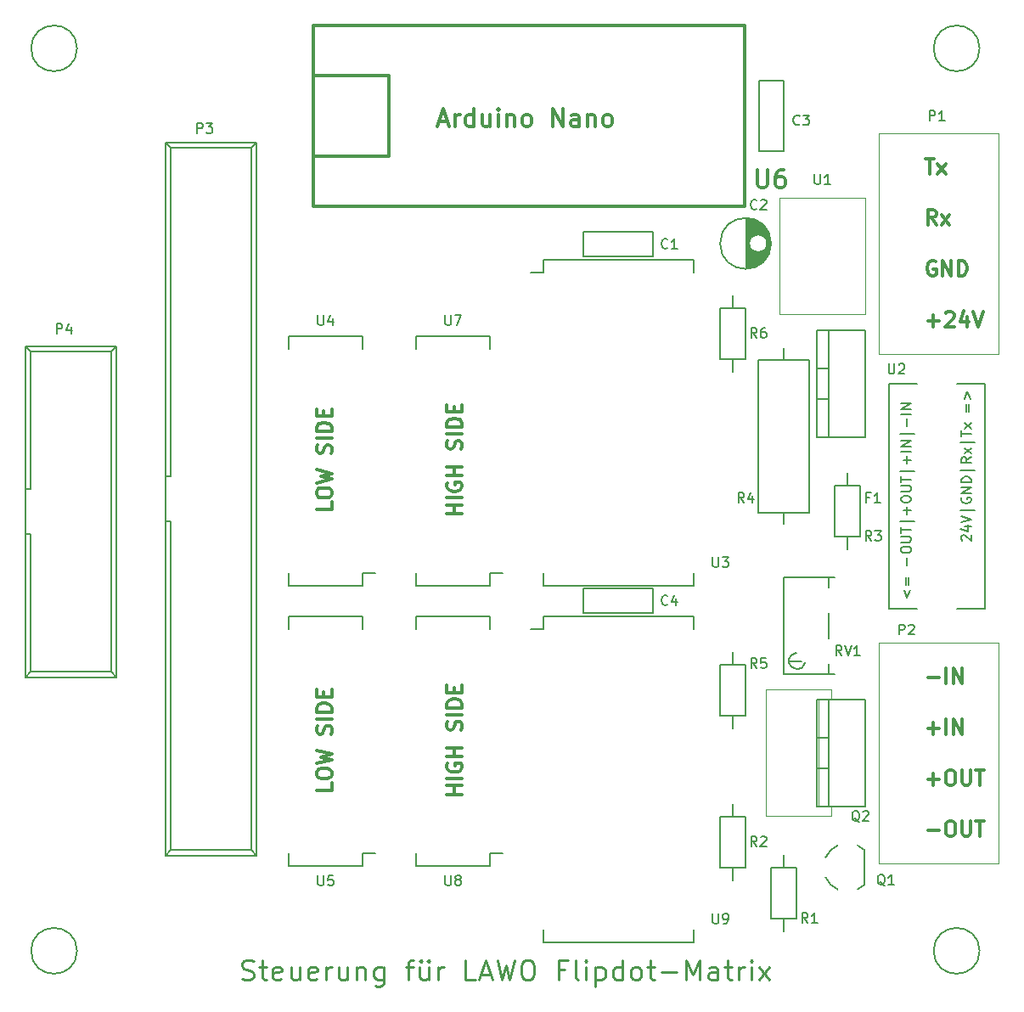
<source format=gto>
G04 #@! TF.FileFunction,Legend,Top*
%FSLAX46Y46*%
G04 Gerber Fmt 4.6, Leading zero omitted, Abs format (unit mm)*
G04 Created by KiCad (PCBNEW (2015-09-06 BZR 6161, Git 6b3ff2d)-product) date 22.02.2016 21:54:41*
%MOMM*%
G01*
G04 APERTURE LIST*
%ADD10C,0.100000*%
%ADD11C,0.300000*%
%ADD12C,0.200000*%
%ADD13C,0.250000*%
%ADD14C,0.150000*%
%ADD15C,0.304800*%
G04 APERTURE END LIST*
D10*
D11*
X65678571Y-71392857D02*
X64178571Y-71392857D01*
X64892857Y-71392857D02*
X64892857Y-70535714D01*
X65678571Y-70535714D02*
X64178571Y-70535714D01*
X65678571Y-69821428D02*
X64178571Y-69821428D01*
X64250000Y-68321428D02*
X64178571Y-68464285D01*
X64178571Y-68678571D01*
X64250000Y-68892856D01*
X64392857Y-69035714D01*
X64535714Y-69107142D01*
X64821429Y-69178571D01*
X65035714Y-69178571D01*
X65321429Y-69107142D01*
X65464286Y-69035714D01*
X65607143Y-68892856D01*
X65678571Y-68678571D01*
X65678571Y-68535714D01*
X65607143Y-68321428D01*
X65535714Y-68249999D01*
X65035714Y-68249999D01*
X65035714Y-68535714D01*
X65678571Y-67607142D02*
X64178571Y-67607142D01*
X64892857Y-67607142D02*
X64892857Y-66749999D01*
X65678571Y-66749999D02*
X64178571Y-66749999D01*
X65607143Y-64964285D02*
X65678571Y-64749999D01*
X65678571Y-64392856D01*
X65607143Y-64249999D01*
X65535714Y-64178570D01*
X65392857Y-64107142D01*
X65250000Y-64107142D01*
X65107143Y-64178570D01*
X65035714Y-64249999D01*
X64964286Y-64392856D01*
X64892857Y-64678570D01*
X64821429Y-64821428D01*
X64750000Y-64892856D01*
X64607143Y-64964285D01*
X64464286Y-64964285D01*
X64321429Y-64892856D01*
X64250000Y-64821428D01*
X64178571Y-64678570D01*
X64178571Y-64321428D01*
X64250000Y-64107142D01*
X65678571Y-63464285D02*
X64178571Y-63464285D01*
X65678571Y-62749999D02*
X64178571Y-62749999D01*
X64178571Y-62392856D01*
X64250000Y-62178571D01*
X64392857Y-62035713D01*
X64535714Y-61964285D01*
X64821429Y-61892856D01*
X65035714Y-61892856D01*
X65321429Y-61964285D01*
X65464286Y-62035713D01*
X65607143Y-62178571D01*
X65678571Y-62392856D01*
X65678571Y-62749999D01*
X64892857Y-61249999D02*
X64892857Y-60749999D01*
X65678571Y-60535713D02*
X65678571Y-61249999D01*
X64178571Y-61249999D01*
X64178571Y-60535713D01*
X65678571Y-99392857D02*
X64178571Y-99392857D01*
X64892857Y-99392857D02*
X64892857Y-98535714D01*
X65678571Y-98535714D02*
X64178571Y-98535714D01*
X65678571Y-97821428D02*
X64178571Y-97821428D01*
X64250000Y-96321428D02*
X64178571Y-96464285D01*
X64178571Y-96678571D01*
X64250000Y-96892856D01*
X64392857Y-97035714D01*
X64535714Y-97107142D01*
X64821429Y-97178571D01*
X65035714Y-97178571D01*
X65321429Y-97107142D01*
X65464286Y-97035714D01*
X65607143Y-96892856D01*
X65678571Y-96678571D01*
X65678571Y-96535714D01*
X65607143Y-96321428D01*
X65535714Y-96249999D01*
X65035714Y-96249999D01*
X65035714Y-96535714D01*
X65678571Y-95607142D02*
X64178571Y-95607142D01*
X64892857Y-95607142D02*
X64892857Y-94749999D01*
X65678571Y-94749999D02*
X64178571Y-94749999D01*
X65607143Y-92964285D02*
X65678571Y-92749999D01*
X65678571Y-92392856D01*
X65607143Y-92249999D01*
X65535714Y-92178570D01*
X65392857Y-92107142D01*
X65250000Y-92107142D01*
X65107143Y-92178570D01*
X65035714Y-92249999D01*
X64964286Y-92392856D01*
X64892857Y-92678570D01*
X64821429Y-92821428D01*
X64750000Y-92892856D01*
X64607143Y-92964285D01*
X64464286Y-92964285D01*
X64321429Y-92892856D01*
X64250000Y-92821428D01*
X64178571Y-92678570D01*
X64178571Y-92321428D01*
X64250000Y-92107142D01*
X65678571Y-91464285D02*
X64178571Y-91464285D01*
X65678571Y-90749999D02*
X64178571Y-90749999D01*
X64178571Y-90392856D01*
X64250000Y-90178571D01*
X64392857Y-90035713D01*
X64535714Y-89964285D01*
X64821429Y-89892856D01*
X65035714Y-89892856D01*
X65321429Y-89964285D01*
X65464286Y-90035713D01*
X65607143Y-90178571D01*
X65678571Y-90392856D01*
X65678571Y-90749999D01*
X64892857Y-89249999D02*
X64892857Y-88749999D01*
X65678571Y-88535713D02*
X65678571Y-89249999D01*
X64178571Y-89249999D01*
X64178571Y-88535713D01*
X52678571Y-98250000D02*
X52678571Y-98964286D01*
X51178571Y-98964286D01*
X51178571Y-97464286D02*
X51178571Y-97178572D01*
X51250000Y-97035714D01*
X51392857Y-96892857D01*
X51678571Y-96821429D01*
X52178571Y-96821429D01*
X52464286Y-96892857D01*
X52607143Y-97035714D01*
X52678571Y-97178572D01*
X52678571Y-97464286D01*
X52607143Y-97607143D01*
X52464286Y-97750000D01*
X52178571Y-97821429D01*
X51678571Y-97821429D01*
X51392857Y-97750000D01*
X51250000Y-97607143D01*
X51178571Y-97464286D01*
X51178571Y-96321428D02*
X52678571Y-95964285D01*
X51607143Y-95678571D01*
X52678571Y-95392857D01*
X51178571Y-95035714D01*
X52607143Y-93392857D02*
X52678571Y-93178571D01*
X52678571Y-92821428D01*
X52607143Y-92678571D01*
X52535714Y-92607142D01*
X52392857Y-92535714D01*
X52250000Y-92535714D01*
X52107143Y-92607142D01*
X52035714Y-92678571D01*
X51964286Y-92821428D01*
X51892857Y-93107142D01*
X51821429Y-93250000D01*
X51750000Y-93321428D01*
X51607143Y-93392857D01*
X51464286Y-93392857D01*
X51321429Y-93321428D01*
X51250000Y-93250000D01*
X51178571Y-93107142D01*
X51178571Y-92750000D01*
X51250000Y-92535714D01*
X52678571Y-91892857D02*
X51178571Y-91892857D01*
X52678571Y-91178571D02*
X51178571Y-91178571D01*
X51178571Y-90821428D01*
X51250000Y-90607143D01*
X51392857Y-90464285D01*
X51535714Y-90392857D01*
X51821429Y-90321428D01*
X52035714Y-90321428D01*
X52321429Y-90392857D01*
X52464286Y-90464285D01*
X52607143Y-90607143D01*
X52678571Y-90821428D01*
X52678571Y-91178571D01*
X51892857Y-89678571D02*
X51892857Y-89178571D01*
X52678571Y-88964285D02*
X52678571Y-89678571D01*
X51178571Y-89678571D01*
X51178571Y-88964285D01*
X52678571Y-70250000D02*
X52678571Y-70964286D01*
X51178571Y-70964286D01*
X51178571Y-69464286D02*
X51178571Y-69178572D01*
X51250000Y-69035714D01*
X51392857Y-68892857D01*
X51678571Y-68821429D01*
X52178571Y-68821429D01*
X52464286Y-68892857D01*
X52607143Y-69035714D01*
X52678571Y-69178572D01*
X52678571Y-69464286D01*
X52607143Y-69607143D01*
X52464286Y-69750000D01*
X52178571Y-69821429D01*
X51678571Y-69821429D01*
X51392857Y-69750000D01*
X51250000Y-69607143D01*
X51178571Y-69464286D01*
X51178571Y-68321428D02*
X52678571Y-67964285D01*
X51607143Y-67678571D01*
X52678571Y-67392857D01*
X51178571Y-67035714D01*
X52607143Y-65392857D02*
X52678571Y-65178571D01*
X52678571Y-64821428D01*
X52607143Y-64678571D01*
X52535714Y-64607142D01*
X52392857Y-64535714D01*
X52250000Y-64535714D01*
X52107143Y-64607142D01*
X52035714Y-64678571D01*
X51964286Y-64821428D01*
X51892857Y-65107142D01*
X51821429Y-65250000D01*
X51750000Y-65321428D01*
X51607143Y-65392857D01*
X51464286Y-65392857D01*
X51321429Y-65321428D01*
X51250000Y-65250000D01*
X51178571Y-65107142D01*
X51178571Y-64750000D01*
X51250000Y-64535714D01*
X52678571Y-63892857D02*
X51178571Y-63892857D01*
X52678571Y-63178571D02*
X51178571Y-63178571D01*
X51178571Y-62821428D01*
X51250000Y-62607143D01*
X51392857Y-62464285D01*
X51535714Y-62392857D01*
X51821429Y-62321428D01*
X52035714Y-62321428D01*
X52321429Y-62392857D01*
X52464286Y-62464285D01*
X52607143Y-62607143D01*
X52678571Y-62821428D01*
X52678571Y-63178571D01*
X51892857Y-61678571D02*
X51892857Y-61178571D01*
X52678571Y-60964285D02*
X52678571Y-61678571D01*
X51178571Y-61678571D01*
X51178571Y-60964285D01*
D12*
X109785714Y-79000000D02*
X110071429Y-79761905D01*
X110357143Y-79000000D01*
X109928571Y-78523810D02*
X109928571Y-77761905D01*
X110214286Y-77761905D02*
X110214286Y-78523810D01*
X110071429Y-76523810D02*
X110071429Y-75761905D01*
X109452381Y-75095239D02*
X109452381Y-74904762D01*
X109500000Y-74809524D01*
X109595238Y-74714286D01*
X109785714Y-74666667D01*
X110119048Y-74666667D01*
X110309524Y-74714286D01*
X110404762Y-74809524D01*
X110452381Y-74904762D01*
X110452381Y-75095239D01*
X110404762Y-75190477D01*
X110309524Y-75285715D01*
X110119048Y-75333334D01*
X109785714Y-75333334D01*
X109595238Y-75285715D01*
X109500000Y-75190477D01*
X109452381Y-75095239D01*
X109452381Y-74238096D02*
X110261905Y-74238096D01*
X110357143Y-74190477D01*
X110404762Y-74142858D01*
X110452381Y-74047620D01*
X110452381Y-73857143D01*
X110404762Y-73761905D01*
X110357143Y-73714286D01*
X110261905Y-73666667D01*
X109452381Y-73666667D01*
X109452381Y-73333334D02*
X109452381Y-72761905D01*
X110452381Y-73047620D02*
X109452381Y-73047620D01*
X110785714Y-72190477D02*
X109357143Y-72190477D01*
X110071429Y-71476191D02*
X110071429Y-70714286D01*
X110452381Y-71095238D02*
X109690476Y-71095238D01*
X109452381Y-70047620D02*
X109452381Y-69857143D01*
X109500000Y-69761905D01*
X109595238Y-69666667D01*
X109785714Y-69619048D01*
X110119048Y-69619048D01*
X110309524Y-69666667D01*
X110404762Y-69761905D01*
X110452381Y-69857143D01*
X110452381Y-70047620D01*
X110404762Y-70142858D01*
X110309524Y-70238096D01*
X110119048Y-70285715D01*
X109785714Y-70285715D01*
X109595238Y-70238096D01*
X109500000Y-70142858D01*
X109452381Y-70047620D01*
X109452381Y-69190477D02*
X110261905Y-69190477D01*
X110357143Y-69142858D01*
X110404762Y-69095239D01*
X110452381Y-69000001D01*
X110452381Y-68809524D01*
X110404762Y-68714286D01*
X110357143Y-68666667D01*
X110261905Y-68619048D01*
X109452381Y-68619048D01*
X109452381Y-68285715D02*
X109452381Y-67714286D01*
X110452381Y-68000001D02*
X109452381Y-68000001D01*
X110785714Y-67142858D02*
X109357143Y-67142858D01*
X110071429Y-66428572D02*
X110071429Y-65666667D01*
X110452381Y-66047619D02*
X109690476Y-66047619D01*
X110452381Y-65190477D02*
X109452381Y-65190477D01*
X110452381Y-64714287D02*
X109452381Y-64714287D01*
X110452381Y-64142858D01*
X109452381Y-64142858D01*
X110785714Y-63428573D02*
X109357143Y-63428573D01*
X110071429Y-62714287D02*
X110071429Y-61952382D01*
X110452381Y-61476192D02*
X109452381Y-61476192D01*
X110452381Y-61000002D02*
X109452381Y-61000002D01*
X110452381Y-60428573D01*
X109452381Y-60428573D01*
D11*
X112117143Y-102977143D02*
X113260000Y-102977143D01*
X114260000Y-102048571D02*
X114545714Y-102048571D01*
X114688572Y-102120000D01*
X114831429Y-102262857D01*
X114902857Y-102548571D01*
X114902857Y-103048571D01*
X114831429Y-103334286D01*
X114688572Y-103477143D01*
X114545714Y-103548571D01*
X114260000Y-103548571D01*
X114117143Y-103477143D01*
X113974286Y-103334286D01*
X113902857Y-103048571D01*
X113902857Y-102548571D01*
X113974286Y-102262857D01*
X114117143Y-102120000D01*
X114260000Y-102048571D01*
X115545715Y-102048571D02*
X115545715Y-103262857D01*
X115617143Y-103405714D01*
X115688572Y-103477143D01*
X115831429Y-103548571D01*
X116117143Y-103548571D01*
X116260001Y-103477143D01*
X116331429Y-103405714D01*
X116402858Y-103262857D01*
X116402858Y-102048571D01*
X116902858Y-102048571D02*
X117760001Y-102048571D01*
X117331430Y-103548571D02*
X117331430Y-102048571D01*
X112117143Y-97897143D02*
X113260000Y-97897143D01*
X112688571Y-98468571D02*
X112688571Y-97325714D01*
X114260000Y-96968571D02*
X114545714Y-96968571D01*
X114688572Y-97040000D01*
X114831429Y-97182857D01*
X114902857Y-97468571D01*
X114902857Y-97968571D01*
X114831429Y-98254286D01*
X114688572Y-98397143D01*
X114545714Y-98468571D01*
X114260000Y-98468571D01*
X114117143Y-98397143D01*
X113974286Y-98254286D01*
X113902857Y-97968571D01*
X113902857Y-97468571D01*
X113974286Y-97182857D01*
X114117143Y-97040000D01*
X114260000Y-96968571D01*
X115545715Y-96968571D02*
X115545715Y-98182857D01*
X115617143Y-98325714D01*
X115688572Y-98397143D01*
X115831429Y-98468571D01*
X116117143Y-98468571D01*
X116260001Y-98397143D01*
X116331429Y-98325714D01*
X116402858Y-98182857D01*
X116402858Y-96968571D01*
X116902858Y-96968571D02*
X117760001Y-96968571D01*
X117331430Y-98468571D02*
X117331430Y-96968571D01*
X112117143Y-92817143D02*
X113260000Y-92817143D01*
X112688571Y-93388571D02*
X112688571Y-92245714D01*
X113974286Y-93388571D02*
X113974286Y-91888571D01*
X114688572Y-93388571D02*
X114688572Y-91888571D01*
X115545715Y-93388571D01*
X115545715Y-91888571D01*
X112117143Y-87737143D02*
X113260000Y-87737143D01*
X113974286Y-88308571D02*
X113974286Y-86808571D01*
X114688572Y-88308571D02*
X114688572Y-86808571D01*
X115545715Y-88308571D01*
X115545715Y-86808571D01*
X112117143Y-52177143D02*
X113260000Y-52177143D01*
X112688571Y-52748571D02*
X112688571Y-51605714D01*
X113902857Y-51391429D02*
X113974286Y-51320000D01*
X114117143Y-51248571D01*
X114474286Y-51248571D01*
X114617143Y-51320000D01*
X114688572Y-51391429D01*
X114760000Y-51534286D01*
X114760000Y-51677143D01*
X114688572Y-51891429D01*
X113831429Y-52748571D01*
X114760000Y-52748571D01*
X116045714Y-51748571D02*
X116045714Y-52748571D01*
X115688571Y-51177143D02*
X115331428Y-52248571D01*
X116260000Y-52248571D01*
X116617142Y-51248571D02*
X117117142Y-52748571D01*
X117617142Y-51248571D01*
X112902857Y-46240000D02*
X112760000Y-46168571D01*
X112545714Y-46168571D01*
X112331429Y-46240000D01*
X112188571Y-46382857D01*
X112117143Y-46525714D01*
X112045714Y-46811429D01*
X112045714Y-47025714D01*
X112117143Y-47311429D01*
X112188571Y-47454286D01*
X112331429Y-47597143D01*
X112545714Y-47668571D01*
X112688571Y-47668571D01*
X112902857Y-47597143D01*
X112974286Y-47525714D01*
X112974286Y-47025714D01*
X112688571Y-47025714D01*
X113617143Y-47668571D02*
X113617143Y-46168571D01*
X114474286Y-47668571D01*
X114474286Y-46168571D01*
X115188572Y-47668571D02*
X115188572Y-46168571D01*
X115545715Y-46168571D01*
X115760000Y-46240000D01*
X115902858Y-46382857D01*
X115974286Y-46525714D01*
X116045715Y-46811429D01*
X116045715Y-47025714D01*
X115974286Y-47311429D01*
X115902858Y-47454286D01*
X115760000Y-47597143D01*
X115545715Y-47668571D01*
X115188572Y-47668571D01*
X112974286Y-42588571D02*
X112474286Y-41874286D01*
X112117143Y-42588571D02*
X112117143Y-41088571D01*
X112688571Y-41088571D01*
X112831429Y-41160000D01*
X112902857Y-41231429D01*
X112974286Y-41374286D01*
X112974286Y-41588571D01*
X112902857Y-41731429D01*
X112831429Y-41802857D01*
X112688571Y-41874286D01*
X112117143Y-41874286D01*
X113474286Y-42588571D02*
X114260000Y-41588571D01*
X113474286Y-41588571D02*
X114260000Y-42588571D01*
X111902857Y-36008571D02*
X112760000Y-36008571D01*
X112331429Y-37508571D02*
X112331429Y-36008571D01*
X113117143Y-37508571D02*
X113902857Y-36508571D01*
X113117143Y-36508571D02*
X113902857Y-37508571D01*
D12*
X115547619Y-74095239D02*
X115500000Y-74047620D01*
X115452381Y-73952382D01*
X115452381Y-73714286D01*
X115500000Y-73619048D01*
X115547619Y-73571429D01*
X115642857Y-73523810D01*
X115738095Y-73523810D01*
X115880952Y-73571429D01*
X116452381Y-74142858D01*
X116452381Y-73523810D01*
X115785714Y-72666667D02*
X116452381Y-72666667D01*
X115404762Y-72904763D02*
X116119048Y-73142858D01*
X116119048Y-72523810D01*
X115452381Y-72285715D02*
X116452381Y-71952382D01*
X115452381Y-71619048D01*
X116785714Y-71047620D02*
X115357143Y-71047620D01*
X115500000Y-69809524D02*
X115452381Y-69904762D01*
X115452381Y-70047619D01*
X115500000Y-70190477D01*
X115595238Y-70285715D01*
X115690476Y-70333334D01*
X115880952Y-70380953D01*
X116023810Y-70380953D01*
X116214286Y-70333334D01*
X116309524Y-70285715D01*
X116404762Y-70190477D01*
X116452381Y-70047619D01*
X116452381Y-69952381D01*
X116404762Y-69809524D01*
X116357143Y-69761905D01*
X116023810Y-69761905D01*
X116023810Y-69952381D01*
X116452381Y-69333334D02*
X115452381Y-69333334D01*
X116452381Y-68761905D01*
X115452381Y-68761905D01*
X116452381Y-68285715D02*
X115452381Y-68285715D01*
X115452381Y-68047620D01*
X115500000Y-67904762D01*
X115595238Y-67809524D01*
X115690476Y-67761905D01*
X115880952Y-67714286D01*
X116023810Y-67714286D01*
X116214286Y-67761905D01*
X116309524Y-67809524D01*
X116404762Y-67904762D01*
X116452381Y-68047620D01*
X116452381Y-68285715D01*
X116785714Y-67047620D02*
X115357143Y-67047620D01*
X116452381Y-65761905D02*
X115976190Y-66095239D01*
X116452381Y-66333334D02*
X115452381Y-66333334D01*
X115452381Y-65952381D01*
X115500000Y-65857143D01*
X115547619Y-65809524D01*
X115642857Y-65761905D01*
X115785714Y-65761905D01*
X115880952Y-65809524D01*
X115928571Y-65857143D01*
X115976190Y-65952381D01*
X115976190Y-66333334D01*
X116452381Y-65428572D02*
X115785714Y-64904762D01*
X115785714Y-65428572D02*
X116452381Y-64904762D01*
X116785714Y-64285715D02*
X115357143Y-64285715D01*
X115452381Y-63714286D02*
X115452381Y-63142857D01*
X116452381Y-63428572D02*
X115452381Y-63428572D01*
X116452381Y-62904762D02*
X115785714Y-62380952D01*
X115785714Y-62904762D02*
X116452381Y-62380952D01*
X115928571Y-61238095D02*
X115928571Y-60476190D01*
X116214286Y-60476190D02*
X116214286Y-61238095D01*
X115785714Y-60000000D02*
X116071429Y-59238095D01*
X116357143Y-60000000D01*
D13*
X43761903Y-117809524D02*
X44047618Y-117904762D01*
X44523808Y-117904762D01*
X44714284Y-117809524D01*
X44809522Y-117714286D01*
X44904761Y-117523810D01*
X44904761Y-117333333D01*
X44809522Y-117142857D01*
X44714284Y-117047619D01*
X44523808Y-116952381D01*
X44142856Y-116857143D01*
X43952380Y-116761905D01*
X43857141Y-116666667D01*
X43761903Y-116476190D01*
X43761903Y-116285714D01*
X43857141Y-116095238D01*
X43952380Y-116000000D01*
X44142856Y-115904762D01*
X44619046Y-115904762D01*
X44904761Y-116000000D01*
X45476189Y-116571429D02*
X46238094Y-116571429D01*
X45761903Y-115904762D02*
X45761903Y-117619048D01*
X45857142Y-117809524D01*
X46047618Y-117904762D01*
X46238094Y-117904762D01*
X47666665Y-117809524D02*
X47476189Y-117904762D01*
X47095237Y-117904762D01*
X46904760Y-117809524D01*
X46809522Y-117619048D01*
X46809522Y-116857143D01*
X46904760Y-116666667D01*
X47095237Y-116571429D01*
X47476189Y-116571429D01*
X47666665Y-116666667D01*
X47761903Y-116857143D01*
X47761903Y-117047619D01*
X46809522Y-117238095D01*
X49476189Y-116571429D02*
X49476189Y-117904762D01*
X48619046Y-116571429D02*
X48619046Y-117619048D01*
X48714285Y-117809524D01*
X48904761Y-117904762D01*
X49190475Y-117904762D01*
X49380951Y-117809524D01*
X49476189Y-117714286D01*
X51190475Y-117809524D02*
X50999999Y-117904762D01*
X50619047Y-117904762D01*
X50428570Y-117809524D01*
X50333332Y-117619048D01*
X50333332Y-116857143D01*
X50428570Y-116666667D01*
X50619047Y-116571429D01*
X50999999Y-116571429D01*
X51190475Y-116666667D01*
X51285713Y-116857143D01*
X51285713Y-117047619D01*
X50333332Y-117238095D01*
X52142856Y-117904762D02*
X52142856Y-116571429D01*
X52142856Y-116952381D02*
X52238095Y-116761905D01*
X52333333Y-116666667D01*
X52523809Y-116571429D01*
X52714285Y-116571429D01*
X54238094Y-116571429D02*
X54238094Y-117904762D01*
X53380951Y-116571429D02*
X53380951Y-117619048D01*
X53476190Y-117809524D01*
X53666666Y-117904762D01*
X53952380Y-117904762D01*
X54142856Y-117809524D01*
X54238094Y-117714286D01*
X55190475Y-116571429D02*
X55190475Y-117904762D01*
X55190475Y-116761905D02*
X55285714Y-116666667D01*
X55476190Y-116571429D01*
X55761904Y-116571429D01*
X55952380Y-116666667D01*
X56047618Y-116857143D01*
X56047618Y-117904762D01*
X57857142Y-116571429D02*
X57857142Y-118190476D01*
X57761904Y-118380952D01*
X57666666Y-118476190D01*
X57476190Y-118571429D01*
X57190476Y-118571429D01*
X56999999Y-118476190D01*
X57857142Y-117809524D02*
X57666666Y-117904762D01*
X57285714Y-117904762D01*
X57095238Y-117809524D01*
X56999999Y-117714286D01*
X56904761Y-117523810D01*
X56904761Y-116952381D01*
X56999999Y-116761905D01*
X57095238Y-116666667D01*
X57285714Y-116571429D01*
X57666666Y-116571429D01*
X57857142Y-116666667D01*
X60047619Y-116571429D02*
X60809524Y-116571429D01*
X60333333Y-117904762D02*
X60333333Y-116190476D01*
X60428572Y-116000000D01*
X60619048Y-115904762D01*
X60809524Y-115904762D01*
X62333333Y-116571429D02*
X62333333Y-117904762D01*
X61476190Y-116571429D02*
X61476190Y-117619048D01*
X61571429Y-117809524D01*
X61761905Y-117904762D01*
X62047619Y-117904762D01*
X62238095Y-117809524D01*
X62333333Y-117714286D01*
X61571429Y-115904762D02*
X61666667Y-116000000D01*
X61571429Y-116095238D01*
X61476190Y-116000000D01*
X61571429Y-115904762D01*
X61571429Y-116095238D01*
X62333333Y-115904762D02*
X62428571Y-116000000D01*
X62333333Y-116095238D01*
X62238095Y-116000000D01*
X62333333Y-115904762D01*
X62333333Y-116095238D01*
X63285714Y-117904762D02*
X63285714Y-116571429D01*
X63285714Y-116952381D02*
X63380953Y-116761905D01*
X63476191Y-116666667D01*
X63666667Y-116571429D01*
X63857143Y-116571429D01*
X67000000Y-117904762D02*
X66047619Y-117904762D01*
X66047619Y-115904762D01*
X67571429Y-117333333D02*
X68523810Y-117333333D01*
X67380953Y-117904762D02*
X68047620Y-115904762D01*
X68714287Y-117904762D01*
X69190477Y-115904762D02*
X69666668Y-117904762D01*
X70047620Y-116476190D01*
X70428573Y-117904762D01*
X70904763Y-115904762D01*
X72047620Y-115904762D02*
X72428572Y-115904762D01*
X72619048Y-116000000D01*
X72809525Y-116190476D01*
X72904763Y-116571429D01*
X72904763Y-117238095D01*
X72809525Y-117619048D01*
X72619048Y-117809524D01*
X72428572Y-117904762D01*
X72047620Y-117904762D01*
X71857144Y-117809524D01*
X71666667Y-117619048D01*
X71571429Y-117238095D01*
X71571429Y-116571429D01*
X71666667Y-116190476D01*
X71857144Y-116000000D01*
X72047620Y-115904762D01*
X75952382Y-116857143D02*
X75285715Y-116857143D01*
X75285715Y-117904762D02*
X75285715Y-115904762D01*
X76238096Y-115904762D01*
X77285716Y-117904762D02*
X77095240Y-117809524D01*
X77000001Y-117619048D01*
X77000001Y-115904762D01*
X78047620Y-117904762D02*
X78047620Y-116571429D01*
X78047620Y-115904762D02*
X77952382Y-116000000D01*
X78047620Y-116095238D01*
X78142859Y-116000000D01*
X78047620Y-115904762D01*
X78047620Y-116095238D01*
X79000001Y-116571429D02*
X79000001Y-118571429D01*
X79000001Y-116666667D02*
X79190478Y-116571429D01*
X79571430Y-116571429D01*
X79761906Y-116666667D01*
X79857144Y-116761905D01*
X79952382Y-116952381D01*
X79952382Y-117523810D01*
X79857144Y-117714286D01*
X79761906Y-117809524D01*
X79571430Y-117904762D01*
X79190478Y-117904762D01*
X79000001Y-117809524D01*
X81666668Y-117904762D02*
X81666668Y-115904762D01*
X81666668Y-117809524D02*
X81476192Y-117904762D01*
X81095240Y-117904762D01*
X80904764Y-117809524D01*
X80809525Y-117714286D01*
X80714287Y-117523810D01*
X80714287Y-116952381D01*
X80809525Y-116761905D01*
X80904764Y-116666667D01*
X81095240Y-116571429D01*
X81476192Y-116571429D01*
X81666668Y-116666667D01*
X82904764Y-117904762D02*
X82714288Y-117809524D01*
X82619049Y-117714286D01*
X82523811Y-117523810D01*
X82523811Y-116952381D01*
X82619049Y-116761905D01*
X82714288Y-116666667D01*
X82904764Y-116571429D01*
X83190478Y-116571429D01*
X83380954Y-116666667D01*
X83476192Y-116761905D01*
X83571430Y-116952381D01*
X83571430Y-117523810D01*
X83476192Y-117714286D01*
X83380954Y-117809524D01*
X83190478Y-117904762D01*
X82904764Y-117904762D01*
X84142859Y-116571429D02*
X84904764Y-116571429D01*
X84428573Y-115904762D02*
X84428573Y-117619048D01*
X84523812Y-117809524D01*
X84714288Y-117904762D01*
X84904764Y-117904762D01*
X85571430Y-117142857D02*
X87095240Y-117142857D01*
X88047620Y-117904762D02*
X88047620Y-115904762D01*
X88714287Y-117333333D01*
X89380954Y-115904762D01*
X89380954Y-117904762D01*
X91190477Y-117904762D02*
X91190477Y-116857143D01*
X91095239Y-116666667D01*
X90904763Y-116571429D01*
X90523811Y-116571429D01*
X90333334Y-116666667D01*
X91190477Y-117809524D02*
X91000001Y-117904762D01*
X90523811Y-117904762D01*
X90333334Y-117809524D01*
X90238096Y-117619048D01*
X90238096Y-117428571D01*
X90333334Y-117238095D01*
X90523811Y-117142857D01*
X91000001Y-117142857D01*
X91190477Y-117047619D01*
X91857144Y-116571429D02*
X92619049Y-116571429D01*
X92142858Y-115904762D02*
X92142858Y-117619048D01*
X92238097Y-117809524D01*
X92428573Y-117904762D01*
X92619049Y-117904762D01*
X93285715Y-117904762D02*
X93285715Y-116571429D01*
X93285715Y-116952381D02*
X93380954Y-116761905D01*
X93476192Y-116666667D01*
X93666668Y-116571429D01*
X93857144Y-116571429D01*
X94523810Y-117904762D02*
X94523810Y-116571429D01*
X94523810Y-115904762D02*
X94428572Y-116000000D01*
X94523810Y-116095238D01*
X94619049Y-116000000D01*
X94523810Y-115904762D01*
X94523810Y-116095238D01*
X95285715Y-117904762D02*
X96333334Y-116571429D01*
X95285715Y-116571429D02*
X96333334Y-117904762D01*
D14*
X77740000Y-43280000D02*
X84740000Y-43280000D01*
X84740000Y-43280000D02*
X84740000Y-45780000D01*
X84740000Y-45780000D02*
X77740000Y-45780000D01*
X77740000Y-45780000D02*
X77740000Y-43280000D01*
X94035000Y-41951000D02*
X94035000Y-46949000D01*
X94175000Y-41959000D02*
X94175000Y-46941000D01*
X94315000Y-41975000D02*
X94315000Y-44355000D01*
X94315000Y-44545000D02*
X94315000Y-46925000D01*
X94455000Y-41999000D02*
X94455000Y-43960000D01*
X94455000Y-44940000D02*
X94455000Y-46901000D01*
X94595000Y-42032000D02*
X94595000Y-43793000D01*
X94595000Y-45107000D02*
X94595000Y-46868000D01*
X94735000Y-42073000D02*
X94735000Y-43686000D01*
X94735000Y-45214000D02*
X94735000Y-46827000D01*
X94875000Y-42123000D02*
X94875000Y-43615000D01*
X94875000Y-45285000D02*
X94875000Y-46777000D01*
X95015000Y-42184000D02*
X95015000Y-43571000D01*
X95015000Y-45329000D02*
X95015000Y-46716000D01*
X95155000Y-42254000D02*
X95155000Y-43552000D01*
X95155000Y-45348000D02*
X95155000Y-46646000D01*
X95295000Y-42336000D02*
X95295000Y-43554000D01*
X95295000Y-45346000D02*
X95295000Y-46564000D01*
X95435000Y-42431000D02*
X95435000Y-43579000D01*
X95435000Y-45321000D02*
X95435000Y-46469000D01*
X95575000Y-42542000D02*
X95575000Y-43627000D01*
X95575000Y-45273000D02*
X95575000Y-46358000D01*
X95715000Y-42670000D02*
X95715000Y-43705000D01*
X95715000Y-45195000D02*
X95715000Y-46230000D01*
X95855000Y-42819000D02*
X95855000Y-43822000D01*
X95855000Y-45078000D02*
X95855000Y-46081000D01*
X95995000Y-42998000D02*
X95995000Y-44010000D01*
X95995000Y-44890000D02*
X95995000Y-45902000D01*
X96135000Y-43217000D02*
X96135000Y-45683000D01*
X96275000Y-43506000D02*
X96275000Y-45394000D01*
X96415000Y-43978000D02*
X96415000Y-44922000D01*
X96110000Y-44450000D02*
G75*
G03X96110000Y-44450000I-900000J0D01*
G01*
X96497500Y-44450000D02*
G75*
G03X96497500Y-44450000I-2537500J0D01*
G01*
X97770000Y-28210000D02*
X97770000Y-35210000D01*
X97770000Y-35210000D02*
X95270000Y-35210000D01*
X95270000Y-35210000D02*
X95270000Y-28210000D01*
X95270000Y-28210000D02*
X97770000Y-28210000D01*
X77740000Y-78840000D02*
X84740000Y-78840000D01*
X84740000Y-78840000D02*
X84740000Y-81340000D01*
X84740000Y-81340000D02*
X77740000Y-81340000D01*
X77740000Y-81340000D02*
X77740000Y-78840000D01*
D10*
X107220000Y-55450000D02*
X107220000Y-33450000D01*
X107220000Y-33450000D02*
X119220000Y-33450000D01*
X119220000Y-33450000D02*
X119220000Y-55450000D01*
X119220000Y-55450000D02*
X107220000Y-55450000D01*
X107220000Y-106250000D02*
X107220000Y-84250000D01*
X107220000Y-84250000D02*
X119220000Y-84250000D01*
X119220000Y-84250000D02*
X119220000Y-106250000D01*
X119220000Y-106250000D02*
X107220000Y-106250000D01*
D14*
X45190000Y-34370000D02*
X45190000Y-105490000D01*
X44640000Y-34910000D02*
X44640000Y-104930000D01*
X36090000Y-34370000D02*
X36090000Y-105490000D01*
X36640000Y-34910000D02*
X36640000Y-67680000D01*
X36640000Y-72180000D02*
X36640000Y-104930000D01*
X36640000Y-67680000D02*
X36090000Y-67680000D01*
X36640000Y-72180000D02*
X36090000Y-72180000D01*
X45190000Y-34370000D02*
X36090000Y-34370000D01*
X44640000Y-34910000D02*
X36640000Y-34910000D01*
X45190000Y-105490000D02*
X36090000Y-105490000D01*
X44640000Y-104930000D02*
X36640000Y-104930000D01*
X45190000Y-34370000D02*
X44640000Y-34910000D01*
X45190000Y-105490000D02*
X44640000Y-104930000D01*
X36090000Y-34370000D02*
X36640000Y-34910000D01*
X36090000Y-105490000D02*
X36640000Y-104930000D01*
X31220000Y-54690000D02*
X31220000Y-87710000D01*
X30670000Y-55230000D02*
X30670000Y-87150000D01*
X22120000Y-54690000D02*
X22120000Y-87710000D01*
X22670000Y-55230000D02*
X22670000Y-68950000D01*
X22670000Y-73450000D02*
X22670000Y-87150000D01*
X22670000Y-68950000D02*
X22120000Y-68950000D01*
X22670000Y-73450000D02*
X22120000Y-73450000D01*
X31220000Y-54690000D02*
X22120000Y-54690000D01*
X30670000Y-55230000D02*
X22670000Y-55230000D01*
X31220000Y-87710000D02*
X22120000Y-87710000D01*
X30670000Y-87150000D02*
X22670000Y-87150000D01*
X31220000Y-54690000D02*
X30670000Y-55230000D01*
X31220000Y-87710000D02*
X30670000Y-87150000D01*
X22120000Y-54690000D02*
X22670000Y-55230000D01*
X22120000Y-87710000D02*
X22670000Y-87150000D01*
X101940000Y-107680000D02*
G75*
G03X103140000Y-108880000I2200000J1000000D01*
G01*
X101940000Y-105680001D02*
G75*
G02X103140000Y-104480000I2200000J-999999D01*
G01*
X105136990Y-108867695D02*
G75*
G03X105840000Y-108380000I-996990J2187695D01*
G01*
X105136990Y-104492305D02*
G75*
G02X105840000Y-104980000I-996990J-2187695D01*
G01*
X105840000Y-108380000D02*
X105840000Y-104980000D01*
X101092000Y-96774000D02*
X102235000Y-96774000D01*
X101092000Y-93726000D02*
X102235000Y-93726000D01*
X102235000Y-89916000D02*
X105918000Y-89916000D01*
X105918000Y-89916000D02*
X105918000Y-100584000D01*
X105918000Y-100584000D02*
X102235000Y-100584000D01*
X101092000Y-89916000D02*
X102235000Y-89916000D01*
X102235000Y-89916000D02*
X102235000Y-100584000D01*
X102235000Y-100584000D02*
X101092000Y-100584000D01*
X101092000Y-95250000D02*
X101092000Y-100584000D01*
X101092000Y-95250000D02*
X101092000Y-89916000D01*
X96520000Y-111760000D02*
X96520000Y-106680000D01*
X96520000Y-106680000D02*
X99060000Y-106680000D01*
X99060000Y-106680000D02*
X99060000Y-111760000D01*
X99060000Y-111760000D02*
X96520000Y-111760000D01*
X97790000Y-111760000D02*
X97790000Y-113030000D01*
X97790000Y-106680000D02*
X97790000Y-105410000D01*
X91440000Y-106680000D02*
X91440000Y-101600000D01*
X91440000Y-101600000D02*
X93980000Y-101600000D01*
X93980000Y-101600000D02*
X93980000Y-106680000D01*
X93980000Y-106680000D02*
X91440000Y-106680000D01*
X92710000Y-106680000D02*
X92710000Y-107950000D01*
X92710000Y-101600000D02*
X92710000Y-100330000D01*
X102870000Y-73660000D02*
X102870000Y-68580000D01*
X102870000Y-68580000D02*
X105410000Y-68580000D01*
X105410000Y-68580000D02*
X105410000Y-73660000D01*
X105410000Y-73660000D02*
X102870000Y-73660000D01*
X104140000Y-73660000D02*
X104140000Y-74930000D01*
X104140000Y-68580000D02*
X104140000Y-67310000D01*
X95250000Y-71280000D02*
X100330000Y-71280000D01*
X100330000Y-71280000D02*
X100330000Y-56040000D01*
X100330000Y-56040000D02*
X97790000Y-56040000D01*
X97790000Y-56040000D02*
X95250000Y-56040000D01*
X95250000Y-56040000D02*
X95250000Y-71280000D01*
X97790000Y-54930000D02*
X97790000Y-56040000D01*
X97790000Y-72390000D02*
X97790000Y-71280000D01*
X102235000Y-86360000D02*
X102235000Y-87376000D01*
X102235000Y-81280000D02*
X102235000Y-83820000D01*
X102235000Y-77724000D02*
X102235000Y-78740000D01*
X98298000Y-86106000D02*
X99568000Y-86106000D01*
X99047300Y-85318600D02*
X98793300Y-85356700D01*
X98793300Y-85356700D02*
X98513900Y-85534500D01*
X98513900Y-85534500D02*
X98298000Y-85852000D01*
X98298000Y-85852000D02*
X98285300Y-86296500D01*
X98285300Y-86296500D02*
X98488500Y-86652100D01*
X98488500Y-86652100D02*
X98780600Y-86829900D01*
X98780600Y-86829900D02*
X99098100Y-86880700D01*
X99098100Y-86880700D02*
X99504500Y-86779100D01*
X99504500Y-86779100D02*
X99758500Y-86436200D01*
X99758500Y-86436200D02*
X99847400Y-86258400D01*
X99060000Y-87376000D02*
X97790000Y-87376000D01*
X97790000Y-87376000D02*
X97790000Y-77724000D01*
X97790000Y-77724000D02*
X102870000Y-77724000D01*
X102870000Y-87376000D02*
X100330000Y-87376000D01*
X100330000Y-87376000D02*
X99060000Y-87376000D01*
D10*
X97300000Y-51520000D02*
X97300000Y-39920000D01*
X97300000Y-39920000D02*
X105900000Y-39920000D01*
X105900000Y-39920000D02*
X105900000Y-51520000D01*
X105900000Y-51520000D02*
X97300000Y-51520000D01*
D14*
X101092000Y-59944000D02*
X102235000Y-59944000D01*
X101092000Y-56896000D02*
X102235000Y-56896000D01*
X102235000Y-53086000D02*
X105918000Y-53086000D01*
X105918000Y-53086000D02*
X105918000Y-63754000D01*
X105918000Y-63754000D02*
X102235000Y-63754000D01*
X101092000Y-53086000D02*
X102235000Y-53086000D01*
X102235000Y-53086000D02*
X102235000Y-63754000D01*
X102235000Y-63754000D02*
X101092000Y-63754000D01*
X101092000Y-58420000D02*
X101092000Y-63754000D01*
X101092000Y-58420000D02*
X101092000Y-53086000D01*
X73795000Y-46045000D02*
X73795000Y-47315000D01*
X88765000Y-46045000D02*
X88765000Y-47315000D01*
X88765000Y-78575000D02*
X88765000Y-77305000D01*
X73795000Y-78575000D02*
X73795000Y-77305000D01*
X73795000Y-46045000D02*
X88765000Y-46045000D01*
X73795000Y-78575000D02*
X88765000Y-78575000D01*
X73795000Y-47315000D02*
X72510000Y-47315000D01*
X55745000Y-78575000D02*
X55745000Y-77305000D01*
X48395000Y-78575000D02*
X48395000Y-77305000D01*
X48395000Y-53665000D02*
X48395000Y-54935000D01*
X55745000Y-53665000D02*
X55745000Y-54935000D01*
X55745000Y-78575000D02*
X48395000Y-78575000D01*
X55745000Y-53665000D02*
X48395000Y-53665000D01*
X55745000Y-77305000D02*
X57030000Y-77305000D01*
X55745000Y-106515000D02*
X55745000Y-105245000D01*
X48395000Y-106515000D02*
X48395000Y-105245000D01*
X48395000Y-81605000D02*
X48395000Y-82875000D01*
X55745000Y-81605000D02*
X55745000Y-82875000D01*
X55745000Y-106515000D02*
X48395000Y-106515000D01*
X55745000Y-81605000D02*
X48395000Y-81605000D01*
X55745000Y-105245000D02*
X57030000Y-105245000D01*
D11*
X58390000Y-27750000D02*
X58390000Y-35750000D01*
X58390000Y-35750000D02*
X50890000Y-35750000D01*
X50890000Y-35750000D02*
X50890000Y-27750000D01*
X50890000Y-27750000D02*
X58390000Y-27750000D01*
X50890000Y-22750000D02*
X93890000Y-22750000D01*
X93890000Y-22750000D02*
X93890000Y-40750000D01*
X93890000Y-40750000D02*
X50890000Y-40750000D01*
X50890000Y-40750000D02*
X50890000Y-22750000D01*
D14*
X68445000Y-78575000D02*
X68445000Y-77305000D01*
X61095000Y-78575000D02*
X61095000Y-77305000D01*
X61095000Y-53665000D02*
X61095000Y-54935000D01*
X68445000Y-53665000D02*
X68445000Y-54935000D01*
X68445000Y-78575000D02*
X61095000Y-78575000D01*
X68445000Y-53665000D02*
X61095000Y-53665000D01*
X68445000Y-77305000D02*
X69730000Y-77305000D01*
X68445000Y-106515000D02*
X68445000Y-105245000D01*
X61095000Y-106515000D02*
X61095000Y-105245000D01*
X61095000Y-81605000D02*
X61095000Y-82875000D01*
X68445000Y-81605000D02*
X68445000Y-82875000D01*
X68445000Y-106515000D02*
X61095000Y-106515000D01*
X68445000Y-81605000D02*
X61095000Y-81605000D01*
X68445000Y-105245000D02*
X69730000Y-105245000D01*
X73795000Y-81605000D02*
X73795000Y-82875000D01*
X88765000Y-81605000D02*
X88765000Y-82875000D01*
X88765000Y-114135000D02*
X88765000Y-112865000D01*
X73795000Y-114135000D02*
X73795000Y-112865000D01*
X73795000Y-81605000D02*
X88765000Y-81605000D01*
X73795000Y-114135000D02*
X88765000Y-114135000D01*
X73795000Y-82875000D02*
X72510000Y-82875000D01*
X91440000Y-91520000D02*
X91440000Y-86440000D01*
X91440000Y-86440000D02*
X93980000Y-86440000D01*
X93980000Y-86440000D02*
X93980000Y-91520000D01*
X93980000Y-91520000D02*
X91440000Y-91520000D01*
X92710000Y-91520000D02*
X92710000Y-92790000D01*
X92710000Y-86440000D02*
X92710000Y-85170000D01*
X91440000Y-55960000D02*
X91440000Y-50880000D01*
X91440000Y-50880000D02*
X93980000Y-50880000D01*
X93980000Y-50880000D02*
X93980000Y-55960000D01*
X93980000Y-55960000D02*
X91440000Y-55960000D01*
X92710000Y-55960000D02*
X92710000Y-57230000D01*
X92710000Y-50880000D02*
X92710000Y-49610000D01*
D10*
X102500000Y-101500000D02*
X102500000Y-100500000D01*
X102500000Y-100500000D02*
X101200000Y-100500000D01*
X101200000Y-100500000D02*
X101200000Y-89900000D01*
X101200000Y-89900000D02*
X102500000Y-89900000D01*
X102500000Y-89900000D02*
X102500000Y-88900000D01*
X102500000Y-88900000D02*
X96000000Y-88900000D01*
X96000000Y-88900000D02*
X96000000Y-101500000D01*
X96000000Y-101500000D02*
X102500000Y-101500000D01*
D14*
X108230000Y-80920000D02*
X111030000Y-80920000D01*
X115030000Y-80920000D02*
X117830000Y-80920000D01*
X115030000Y-58420000D02*
X117830000Y-58420000D01*
X117830000Y-58420000D02*
X117830000Y-80920000D01*
X108230000Y-58420000D02*
X108230000Y-80920000D01*
X108230000Y-58420000D02*
X111030000Y-58420000D01*
X27286000Y-25000000D02*
G75*
G03X27286000Y-25000000I-2286000J0D01*
G01*
X117286000Y-25000000D02*
G75*
G03X117286000Y-25000000I-2286000J0D01*
G01*
X27286000Y-115000000D02*
G75*
G03X27286000Y-115000000I-2286000J0D01*
G01*
X117286000Y-115000000D02*
G75*
G03X117286000Y-115000000I-2286000J0D01*
G01*
X86193334Y-44887143D02*
X86145715Y-44934762D01*
X86002858Y-44982381D01*
X85907620Y-44982381D01*
X85764762Y-44934762D01*
X85669524Y-44839524D01*
X85621905Y-44744286D01*
X85574286Y-44553810D01*
X85574286Y-44410952D01*
X85621905Y-44220476D01*
X85669524Y-44125238D01*
X85764762Y-44030000D01*
X85907620Y-43982381D01*
X86002858Y-43982381D01*
X86145715Y-44030000D01*
X86193334Y-44077619D01*
X87145715Y-44982381D02*
X86574286Y-44982381D01*
X86860000Y-44982381D02*
X86860000Y-43982381D01*
X86764762Y-44125238D01*
X86669524Y-44220476D01*
X86574286Y-44268095D01*
X95083334Y-40997143D02*
X95035715Y-41044762D01*
X94892858Y-41092381D01*
X94797620Y-41092381D01*
X94654762Y-41044762D01*
X94559524Y-40949524D01*
X94511905Y-40854286D01*
X94464286Y-40663810D01*
X94464286Y-40520952D01*
X94511905Y-40330476D01*
X94559524Y-40235238D01*
X94654762Y-40140000D01*
X94797620Y-40092381D01*
X94892858Y-40092381D01*
X95035715Y-40140000D01*
X95083334Y-40187619D01*
X95464286Y-40187619D02*
X95511905Y-40140000D01*
X95607143Y-40092381D01*
X95845239Y-40092381D01*
X95940477Y-40140000D01*
X95988096Y-40187619D01*
X96035715Y-40282857D01*
X96035715Y-40378095D01*
X95988096Y-40520952D01*
X95416667Y-41092381D01*
X96035715Y-41092381D01*
X99353334Y-32567143D02*
X99305715Y-32614762D01*
X99162858Y-32662381D01*
X99067620Y-32662381D01*
X98924762Y-32614762D01*
X98829524Y-32519524D01*
X98781905Y-32424286D01*
X98734286Y-32233810D01*
X98734286Y-32090952D01*
X98781905Y-31900476D01*
X98829524Y-31805238D01*
X98924762Y-31710000D01*
X99067620Y-31662381D01*
X99162858Y-31662381D01*
X99305715Y-31710000D01*
X99353334Y-31757619D01*
X99686667Y-31662381D02*
X100305715Y-31662381D01*
X99972381Y-32043333D01*
X100115239Y-32043333D01*
X100210477Y-32090952D01*
X100258096Y-32138571D01*
X100305715Y-32233810D01*
X100305715Y-32471905D01*
X100258096Y-32567143D01*
X100210477Y-32614762D01*
X100115239Y-32662381D01*
X99829524Y-32662381D01*
X99734286Y-32614762D01*
X99686667Y-32567143D01*
X86193334Y-80447143D02*
X86145715Y-80494762D01*
X86002858Y-80542381D01*
X85907620Y-80542381D01*
X85764762Y-80494762D01*
X85669524Y-80399524D01*
X85621905Y-80304286D01*
X85574286Y-80113810D01*
X85574286Y-79970952D01*
X85621905Y-79780476D01*
X85669524Y-79685238D01*
X85764762Y-79590000D01*
X85907620Y-79542381D01*
X86002858Y-79542381D01*
X86145715Y-79590000D01*
X86193334Y-79637619D01*
X87050477Y-79875714D02*
X87050477Y-80542381D01*
X86812381Y-79494762D02*
X86574286Y-80209048D01*
X87193334Y-80209048D01*
X112291905Y-32202381D02*
X112291905Y-31202381D01*
X112672858Y-31202381D01*
X112768096Y-31250000D01*
X112815715Y-31297619D01*
X112863334Y-31392857D01*
X112863334Y-31535714D01*
X112815715Y-31630952D01*
X112768096Y-31678571D01*
X112672858Y-31726190D01*
X112291905Y-31726190D01*
X113815715Y-32202381D02*
X113244286Y-32202381D01*
X113530000Y-32202381D02*
X113530000Y-31202381D01*
X113434762Y-31345238D01*
X113339524Y-31440476D01*
X113244286Y-31488095D01*
X109261905Y-83452381D02*
X109261905Y-82452381D01*
X109642858Y-82452381D01*
X109738096Y-82500000D01*
X109785715Y-82547619D01*
X109833334Y-82642857D01*
X109833334Y-82785714D01*
X109785715Y-82880952D01*
X109738096Y-82928571D01*
X109642858Y-82976190D01*
X109261905Y-82976190D01*
X110214286Y-82547619D02*
X110261905Y-82500000D01*
X110357143Y-82452381D01*
X110595239Y-82452381D01*
X110690477Y-82500000D01*
X110738096Y-82547619D01*
X110785715Y-82642857D01*
X110785715Y-82738095D01*
X110738096Y-82880952D01*
X110166667Y-83452381D01*
X110785715Y-83452381D01*
X39261905Y-33452381D02*
X39261905Y-32452381D01*
X39642858Y-32452381D01*
X39738096Y-32500000D01*
X39785715Y-32547619D01*
X39833334Y-32642857D01*
X39833334Y-32785714D01*
X39785715Y-32880952D01*
X39738096Y-32928571D01*
X39642858Y-32976190D01*
X39261905Y-32976190D01*
X40166667Y-32452381D02*
X40785715Y-32452381D01*
X40452381Y-32833333D01*
X40595239Y-32833333D01*
X40690477Y-32880952D01*
X40738096Y-32928571D01*
X40785715Y-33023810D01*
X40785715Y-33261905D01*
X40738096Y-33357143D01*
X40690477Y-33404762D01*
X40595239Y-33452381D01*
X40309524Y-33452381D01*
X40214286Y-33404762D01*
X40166667Y-33357143D01*
X25261905Y-53452381D02*
X25261905Y-52452381D01*
X25642858Y-52452381D01*
X25738096Y-52500000D01*
X25785715Y-52547619D01*
X25833334Y-52642857D01*
X25833334Y-52785714D01*
X25785715Y-52880952D01*
X25738096Y-52928571D01*
X25642858Y-52976190D01*
X25261905Y-52976190D01*
X26690477Y-52785714D02*
X26690477Y-53452381D01*
X26452381Y-52404762D02*
X26214286Y-53119048D01*
X26833334Y-53119048D01*
X107854762Y-108497619D02*
X107759524Y-108450000D01*
X107664286Y-108354762D01*
X107521429Y-108211905D01*
X107426190Y-108164286D01*
X107330952Y-108164286D01*
X107378571Y-108402381D02*
X107283333Y-108354762D01*
X107188095Y-108259524D01*
X107140476Y-108069048D01*
X107140476Y-107735714D01*
X107188095Y-107545238D01*
X107283333Y-107450000D01*
X107378571Y-107402381D01*
X107569048Y-107402381D01*
X107664286Y-107450000D01*
X107759524Y-107545238D01*
X107807143Y-107735714D01*
X107807143Y-108069048D01*
X107759524Y-108259524D01*
X107664286Y-108354762D01*
X107569048Y-108402381D01*
X107378571Y-108402381D01*
X108759524Y-108402381D02*
X108188095Y-108402381D01*
X108473809Y-108402381D02*
X108473809Y-107402381D01*
X108378571Y-107545238D01*
X108283333Y-107640476D01*
X108188095Y-107688095D01*
X105314762Y-102147619D02*
X105219524Y-102100000D01*
X105124286Y-102004762D01*
X104981429Y-101861905D01*
X104886190Y-101814286D01*
X104790952Y-101814286D01*
X104838571Y-102052381D02*
X104743333Y-102004762D01*
X104648095Y-101909524D01*
X104600476Y-101719048D01*
X104600476Y-101385714D01*
X104648095Y-101195238D01*
X104743333Y-101100000D01*
X104838571Y-101052381D01*
X105029048Y-101052381D01*
X105124286Y-101100000D01*
X105219524Y-101195238D01*
X105267143Y-101385714D01*
X105267143Y-101719048D01*
X105219524Y-101909524D01*
X105124286Y-102004762D01*
X105029048Y-102052381D01*
X104838571Y-102052381D01*
X105648095Y-101147619D02*
X105695714Y-101100000D01*
X105790952Y-101052381D01*
X106029048Y-101052381D01*
X106124286Y-101100000D01*
X106171905Y-101147619D01*
X106219524Y-101242857D01*
X106219524Y-101338095D01*
X106171905Y-101480952D01*
X105600476Y-102052381D01*
X106219524Y-102052381D01*
X100163334Y-112212381D02*
X99830000Y-111736190D01*
X99591905Y-112212381D02*
X99591905Y-111212381D01*
X99972858Y-111212381D01*
X100068096Y-111260000D01*
X100115715Y-111307619D01*
X100163334Y-111402857D01*
X100163334Y-111545714D01*
X100115715Y-111640952D01*
X100068096Y-111688571D01*
X99972858Y-111736190D01*
X99591905Y-111736190D01*
X101115715Y-112212381D02*
X100544286Y-112212381D01*
X100830000Y-112212381D02*
X100830000Y-111212381D01*
X100734762Y-111355238D01*
X100639524Y-111450476D01*
X100544286Y-111498095D01*
X95083334Y-104592381D02*
X94750000Y-104116190D01*
X94511905Y-104592381D02*
X94511905Y-103592381D01*
X94892858Y-103592381D01*
X94988096Y-103640000D01*
X95035715Y-103687619D01*
X95083334Y-103782857D01*
X95083334Y-103925714D01*
X95035715Y-104020952D01*
X94988096Y-104068571D01*
X94892858Y-104116190D01*
X94511905Y-104116190D01*
X95464286Y-103687619D02*
X95511905Y-103640000D01*
X95607143Y-103592381D01*
X95845239Y-103592381D01*
X95940477Y-103640000D01*
X95988096Y-103687619D01*
X96035715Y-103782857D01*
X96035715Y-103878095D01*
X95988096Y-104020952D01*
X95416667Y-104592381D01*
X96035715Y-104592381D01*
X106513334Y-74112381D02*
X106180000Y-73636190D01*
X105941905Y-74112381D02*
X105941905Y-73112381D01*
X106322858Y-73112381D01*
X106418096Y-73160000D01*
X106465715Y-73207619D01*
X106513334Y-73302857D01*
X106513334Y-73445714D01*
X106465715Y-73540952D01*
X106418096Y-73588571D01*
X106322858Y-73636190D01*
X105941905Y-73636190D01*
X106846667Y-73112381D02*
X107465715Y-73112381D01*
X107132381Y-73493333D01*
X107275239Y-73493333D01*
X107370477Y-73540952D01*
X107418096Y-73588571D01*
X107465715Y-73683810D01*
X107465715Y-73921905D01*
X107418096Y-74017143D01*
X107370477Y-74064762D01*
X107275239Y-74112381D01*
X106989524Y-74112381D01*
X106894286Y-74064762D01*
X106846667Y-74017143D01*
X93813334Y-70302381D02*
X93480000Y-69826190D01*
X93241905Y-70302381D02*
X93241905Y-69302381D01*
X93622858Y-69302381D01*
X93718096Y-69350000D01*
X93765715Y-69397619D01*
X93813334Y-69492857D01*
X93813334Y-69635714D01*
X93765715Y-69730952D01*
X93718096Y-69778571D01*
X93622858Y-69826190D01*
X93241905Y-69826190D01*
X94670477Y-69635714D02*
X94670477Y-70302381D01*
X94432381Y-69254762D02*
X94194286Y-69969048D01*
X94813334Y-69969048D01*
X103544762Y-85542381D02*
X103211428Y-85066190D01*
X102973333Y-85542381D02*
X102973333Y-84542381D01*
X103354286Y-84542381D01*
X103449524Y-84590000D01*
X103497143Y-84637619D01*
X103544762Y-84732857D01*
X103544762Y-84875714D01*
X103497143Y-84970952D01*
X103449524Y-85018571D01*
X103354286Y-85066190D01*
X102973333Y-85066190D01*
X103830476Y-84542381D02*
X104163809Y-85542381D01*
X104497143Y-84542381D01*
X105354286Y-85542381D02*
X104782857Y-85542381D01*
X105068571Y-85542381D02*
X105068571Y-84542381D01*
X104973333Y-84685238D01*
X104878095Y-84780476D01*
X104782857Y-84828095D01*
X100838095Y-37552381D02*
X100838095Y-38361905D01*
X100885714Y-38457143D01*
X100933333Y-38504762D01*
X101028571Y-38552381D01*
X101219048Y-38552381D01*
X101314286Y-38504762D01*
X101361905Y-38457143D01*
X101409524Y-38361905D01*
X101409524Y-37552381D01*
X102409524Y-38552381D02*
X101838095Y-38552381D01*
X102123809Y-38552381D02*
X102123809Y-37552381D01*
X102028571Y-37695238D01*
X101933333Y-37790476D01*
X101838095Y-37838095D01*
X108238095Y-56452381D02*
X108238095Y-57261905D01*
X108285714Y-57357143D01*
X108333333Y-57404762D01*
X108428571Y-57452381D01*
X108619048Y-57452381D01*
X108714286Y-57404762D01*
X108761905Y-57357143D01*
X108809524Y-57261905D01*
X108809524Y-56452381D01*
X109238095Y-56547619D02*
X109285714Y-56500000D01*
X109380952Y-56452381D01*
X109619048Y-56452381D01*
X109714286Y-56500000D01*
X109761905Y-56547619D01*
X109809524Y-56642857D01*
X109809524Y-56738095D01*
X109761905Y-56880952D01*
X109190476Y-57452381D01*
X109809524Y-57452381D01*
X90678095Y-75732381D02*
X90678095Y-76541905D01*
X90725714Y-76637143D01*
X90773333Y-76684762D01*
X90868571Y-76732381D01*
X91059048Y-76732381D01*
X91154286Y-76684762D01*
X91201905Y-76637143D01*
X91249524Y-76541905D01*
X91249524Y-75732381D01*
X91630476Y-75732381D02*
X92249524Y-75732381D01*
X91916190Y-76113333D01*
X92059048Y-76113333D01*
X92154286Y-76160952D01*
X92201905Y-76208571D01*
X92249524Y-76303810D01*
X92249524Y-76541905D01*
X92201905Y-76637143D01*
X92154286Y-76684762D01*
X92059048Y-76732381D01*
X91773333Y-76732381D01*
X91678095Y-76684762D01*
X91630476Y-76637143D01*
X51308095Y-51602381D02*
X51308095Y-52411905D01*
X51355714Y-52507143D01*
X51403333Y-52554762D01*
X51498571Y-52602381D01*
X51689048Y-52602381D01*
X51784286Y-52554762D01*
X51831905Y-52507143D01*
X51879524Y-52411905D01*
X51879524Y-51602381D01*
X52784286Y-51935714D02*
X52784286Y-52602381D01*
X52546190Y-51554762D02*
X52308095Y-52269048D01*
X52927143Y-52269048D01*
X51308095Y-107482381D02*
X51308095Y-108291905D01*
X51355714Y-108387143D01*
X51403333Y-108434762D01*
X51498571Y-108482381D01*
X51689048Y-108482381D01*
X51784286Y-108434762D01*
X51831905Y-108387143D01*
X51879524Y-108291905D01*
X51879524Y-107482381D01*
X52831905Y-107482381D02*
X52355714Y-107482381D01*
X52308095Y-107958571D01*
X52355714Y-107910952D01*
X52450952Y-107863333D01*
X52689048Y-107863333D01*
X52784286Y-107910952D01*
X52831905Y-107958571D01*
X52879524Y-108053810D01*
X52879524Y-108291905D01*
X52831905Y-108387143D01*
X52784286Y-108434762D01*
X52689048Y-108482381D01*
X52450952Y-108482381D01*
X52355714Y-108434762D01*
X52308095Y-108387143D01*
D15*
X95165333Y-37126333D02*
X95165333Y-38565667D01*
X95250000Y-38735000D01*
X95334667Y-38819667D01*
X95504000Y-38904333D01*
X95842667Y-38904333D01*
X96012000Y-38819667D01*
X96096667Y-38735000D01*
X96181333Y-38565667D01*
X96181333Y-37126333D01*
X97790000Y-37126333D02*
X97451334Y-37126333D01*
X97282000Y-37211000D01*
X97197334Y-37295667D01*
X97028000Y-37549667D01*
X96943334Y-37888333D01*
X96943334Y-38565667D01*
X97028000Y-38735000D01*
X97112667Y-38819667D01*
X97282000Y-38904333D01*
X97620667Y-38904333D01*
X97790000Y-38819667D01*
X97874667Y-38735000D01*
X97959334Y-38565667D01*
X97959334Y-38142333D01*
X97874667Y-37973000D01*
X97790000Y-37888333D01*
X97620667Y-37803667D01*
X97282000Y-37803667D01*
X97112667Y-37888333D01*
X97028000Y-37973000D01*
X96943334Y-38142333D01*
X63363999Y-32296333D02*
X64210665Y-32296333D01*
X63194665Y-32804333D02*
X63787332Y-31026333D01*
X64379999Y-32804333D01*
X64972665Y-32804333D02*
X64972665Y-31619000D01*
X64972665Y-31957667D02*
X65057332Y-31788333D01*
X65141999Y-31703667D01*
X65311332Y-31619000D01*
X65480665Y-31619000D01*
X66835332Y-32804333D02*
X66835332Y-31026333D01*
X66835332Y-32719667D02*
X66665999Y-32804333D01*
X66327332Y-32804333D01*
X66157999Y-32719667D01*
X66073332Y-32635000D01*
X65988666Y-32465667D01*
X65988666Y-31957667D01*
X66073332Y-31788333D01*
X66157999Y-31703667D01*
X66327332Y-31619000D01*
X66665999Y-31619000D01*
X66835332Y-31703667D01*
X68443999Y-31619000D02*
X68443999Y-32804333D01*
X67681999Y-31619000D02*
X67681999Y-32550333D01*
X67766666Y-32719667D01*
X67935999Y-32804333D01*
X68189999Y-32804333D01*
X68359333Y-32719667D01*
X68443999Y-32635000D01*
X69290666Y-32804333D02*
X69290666Y-31619000D01*
X69290666Y-31026333D02*
X69206000Y-31111000D01*
X69290666Y-31195667D01*
X69375333Y-31111000D01*
X69290666Y-31026333D01*
X69290666Y-31195667D01*
X70137333Y-31619000D02*
X70137333Y-32804333D01*
X70137333Y-31788333D02*
X70222000Y-31703667D01*
X70391333Y-31619000D01*
X70645333Y-31619000D01*
X70814667Y-31703667D01*
X70899333Y-31873000D01*
X70899333Y-32804333D01*
X72000000Y-32804333D02*
X71830667Y-32719667D01*
X71746000Y-32635000D01*
X71661334Y-32465667D01*
X71661334Y-31957667D01*
X71746000Y-31788333D01*
X71830667Y-31703667D01*
X72000000Y-31619000D01*
X72254000Y-31619000D01*
X72423334Y-31703667D01*
X72508000Y-31788333D01*
X72592667Y-31957667D01*
X72592667Y-32465667D01*
X72508000Y-32635000D01*
X72423334Y-32719667D01*
X72254000Y-32804333D01*
X72000000Y-32804333D01*
X74709334Y-32804333D02*
X74709334Y-31026333D01*
X75725334Y-32804333D01*
X75725334Y-31026333D01*
X77334001Y-32804333D02*
X77334001Y-31873000D01*
X77249335Y-31703667D01*
X77080001Y-31619000D01*
X76741335Y-31619000D01*
X76572001Y-31703667D01*
X77334001Y-32719667D02*
X77164668Y-32804333D01*
X76741335Y-32804333D01*
X76572001Y-32719667D01*
X76487335Y-32550333D01*
X76487335Y-32381000D01*
X76572001Y-32211667D01*
X76741335Y-32127000D01*
X77164668Y-32127000D01*
X77334001Y-32042333D01*
X78180668Y-31619000D02*
X78180668Y-32804333D01*
X78180668Y-31788333D02*
X78265335Y-31703667D01*
X78434668Y-31619000D01*
X78688668Y-31619000D01*
X78858002Y-31703667D01*
X78942668Y-31873000D01*
X78942668Y-32804333D01*
X80043335Y-32804333D02*
X79874002Y-32719667D01*
X79789335Y-32635000D01*
X79704669Y-32465667D01*
X79704669Y-31957667D01*
X79789335Y-31788333D01*
X79874002Y-31703667D01*
X80043335Y-31619000D01*
X80297335Y-31619000D01*
X80466669Y-31703667D01*
X80551335Y-31788333D01*
X80636002Y-31957667D01*
X80636002Y-32465667D01*
X80551335Y-32635000D01*
X80466669Y-32719667D01*
X80297335Y-32804333D01*
X80043335Y-32804333D01*
D14*
X64008095Y-51602381D02*
X64008095Y-52411905D01*
X64055714Y-52507143D01*
X64103333Y-52554762D01*
X64198571Y-52602381D01*
X64389048Y-52602381D01*
X64484286Y-52554762D01*
X64531905Y-52507143D01*
X64579524Y-52411905D01*
X64579524Y-51602381D01*
X64960476Y-51602381D02*
X65627143Y-51602381D01*
X65198571Y-52602381D01*
X64008095Y-107482381D02*
X64008095Y-108291905D01*
X64055714Y-108387143D01*
X64103333Y-108434762D01*
X64198571Y-108482381D01*
X64389048Y-108482381D01*
X64484286Y-108434762D01*
X64531905Y-108387143D01*
X64579524Y-108291905D01*
X64579524Y-107482381D01*
X65198571Y-107910952D02*
X65103333Y-107863333D01*
X65055714Y-107815714D01*
X65008095Y-107720476D01*
X65008095Y-107672857D01*
X65055714Y-107577619D01*
X65103333Y-107530000D01*
X65198571Y-107482381D01*
X65389048Y-107482381D01*
X65484286Y-107530000D01*
X65531905Y-107577619D01*
X65579524Y-107672857D01*
X65579524Y-107720476D01*
X65531905Y-107815714D01*
X65484286Y-107863333D01*
X65389048Y-107910952D01*
X65198571Y-107910952D01*
X65103333Y-107958571D01*
X65055714Y-108006190D01*
X65008095Y-108101429D01*
X65008095Y-108291905D01*
X65055714Y-108387143D01*
X65103333Y-108434762D01*
X65198571Y-108482381D01*
X65389048Y-108482381D01*
X65484286Y-108434762D01*
X65531905Y-108387143D01*
X65579524Y-108291905D01*
X65579524Y-108101429D01*
X65531905Y-108006190D01*
X65484286Y-107958571D01*
X65389048Y-107910952D01*
X90678095Y-111292381D02*
X90678095Y-112101905D01*
X90725714Y-112197143D01*
X90773333Y-112244762D01*
X90868571Y-112292381D01*
X91059048Y-112292381D01*
X91154286Y-112244762D01*
X91201905Y-112197143D01*
X91249524Y-112101905D01*
X91249524Y-111292381D01*
X91773333Y-112292381D02*
X91963809Y-112292381D01*
X92059048Y-112244762D01*
X92106667Y-112197143D01*
X92201905Y-112054286D01*
X92249524Y-111863810D01*
X92249524Y-111482857D01*
X92201905Y-111387619D01*
X92154286Y-111340000D01*
X92059048Y-111292381D01*
X91868571Y-111292381D01*
X91773333Y-111340000D01*
X91725714Y-111387619D01*
X91678095Y-111482857D01*
X91678095Y-111720952D01*
X91725714Y-111816190D01*
X91773333Y-111863810D01*
X91868571Y-111911429D01*
X92059048Y-111911429D01*
X92154286Y-111863810D01*
X92201905Y-111816190D01*
X92249524Y-111720952D01*
X95083334Y-86812381D02*
X94750000Y-86336190D01*
X94511905Y-86812381D02*
X94511905Y-85812381D01*
X94892858Y-85812381D01*
X94988096Y-85860000D01*
X95035715Y-85907619D01*
X95083334Y-86002857D01*
X95083334Y-86145714D01*
X95035715Y-86240952D01*
X94988096Y-86288571D01*
X94892858Y-86336190D01*
X94511905Y-86336190D01*
X95988096Y-85812381D02*
X95511905Y-85812381D01*
X95464286Y-86288571D01*
X95511905Y-86240952D01*
X95607143Y-86193333D01*
X95845239Y-86193333D01*
X95940477Y-86240952D01*
X95988096Y-86288571D01*
X96035715Y-86383810D01*
X96035715Y-86621905D01*
X95988096Y-86717143D01*
X95940477Y-86764762D01*
X95845239Y-86812381D01*
X95607143Y-86812381D01*
X95511905Y-86764762D01*
X95464286Y-86717143D01*
X95083334Y-53872381D02*
X94750000Y-53396190D01*
X94511905Y-53872381D02*
X94511905Y-52872381D01*
X94892858Y-52872381D01*
X94988096Y-52920000D01*
X95035715Y-52967619D01*
X95083334Y-53062857D01*
X95083334Y-53205714D01*
X95035715Y-53300952D01*
X94988096Y-53348571D01*
X94892858Y-53396190D01*
X94511905Y-53396190D01*
X95940477Y-52872381D02*
X95750000Y-52872381D01*
X95654762Y-52920000D01*
X95607143Y-52967619D01*
X95511905Y-53110476D01*
X95464286Y-53300952D01*
X95464286Y-53681905D01*
X95511905Y-53777143D01*
X95559524Y-53824762D01*
X95654762Y-53872381D01*
X95845239Y-53872381D01*
X95940477Y-53824762D01*
X95988096Y-53777143D01*
X96035715Y-53681905D01*
X96035715Y-53443810D01*
X95988096Y-53348571D01*
X95940477Y-53300952D01*
X95845239Y-53253333D01*
X95654762Y-53253333D01*
X95559524Y-53300952D01*
X95511905Y-53348571D01*
X95464286Y-53443810D01*
X106346667Y-69778571D02*
X106013333Y-69778571D01*
X106013333Y-70302381D02*
X106013333Y-69302381D01*
X106489524Y-69302381D01*
X107394286Y-70302381D02*
X106822857Y-70302381D01*
X107108571Y-70302381D02*
X107108571Y-69302381D01*
X107013333Y-69445238D01*
X106918095Y-69540476D01*
X106822857Y-69588095D01*
M02*

</source>
